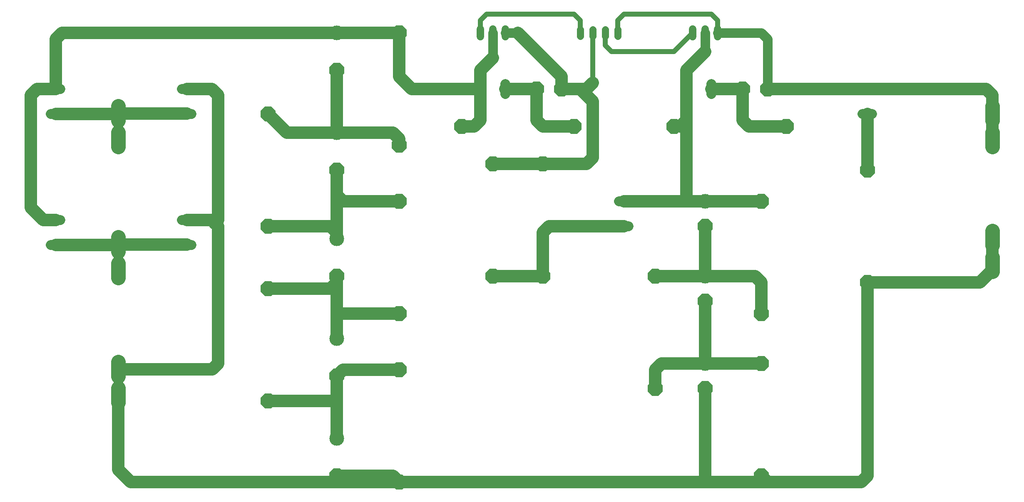
<source format=gbl>
G75*
%MOIN*%
%OFA0B0*%
%FSLAX24Y24*%
%IPPOS*%
%LPD*%
%AMOC8*
5,1,8,0,0,1.08239X$1,22.5*
%
%ADD10C,0.0787*%
%ADD11C,0.1181*%
%ADD12OC8,0.1181*%
%ADD13C,0.1181*%
%ADD14C,0.0594*%
%ADD15C,0.0560*%
%ADD16C,0.1000*%
%ADD17C,0.0760*%
%ADD18C,0.0400*%
D10*
X003286Y021716D02*
X004074Y021716D01*
X004074Y023716D02*
X003286Y023716D01*
X013786Y023716D02*
X014574Y023716D01*
X014574Y021716D02*
X013786Y021716D01*
X013786Y032216D02*
X014574Y032216D01*
X014574Y034216D02*
X013786Y034216D01*
X004074Y034216D02*
X003286Y034216D01*
X003286Y032216D02*
X004074Y032216D01*
X037680Y033822D02*
X037680Y034610D01*
X039680Y034610D02*
X039680Y033822D01*
X054180Y033822D02*
X054180Y034610D01*
X056180Y034610D02*
X056180Y033822D01*
X068286Y034216D02*
X069074Y034216D01*
X069074Y032216D02*
X068286Y032216D01*
X049574Y025216D02*
X048786Y025216D01*
X048786Y023216D02*
X049574Y023216D01*
D11*
X078680Y022850D02*
X078680Y021669D01*
X078680Y020763D02*
X078680Y019582D01*
X078680Y029582D02*
X078680Y030763D01*
X078680Y031669D02*
X078680Y032850D01*
X008680Y032850D02*
X008680Y031669D01*
X008680Y030763D02*
X008680Y029582D01*
X008680Y022350D02*
X008680Y021169D01*
X008680Y020263D02*
X008680Y019082D01*
X008680Y012350D02*
X008680Y011169D01*
X008680Y010263D02*
X008680Y009082D01*
D12*
X020680Y009216D03*
X026180Y011216D03*
X031180Y011716D03*
X031180Y016216D03*
X026180Y019216D03*
X020680Y018216D03*
X020680Y023216D03*
X026180Y027716D03*
X031180Y029716D03*
X036180Y031216D03*
X038680Y028216D03*
X042680Y028216D03*
X045180Y031216D03*
X044180Y034216D03*
X042180Y034216D03*
X031180Y038716D03*
X026180Y035716D03*
X020680Y032216D03*
X031180Y025216D03*
X038680Y019216D03*
X042680Y019216D03*
X051680Y019216D03*
X055680Y017216D03*
X060180Y016216D03*
X060180Y012216D03*
X055680Y010216D03*
X051680Y010216D03*
X060180Y003216D03*
X031180Y002716D03*
X026180Y003216D03*
X055680Y023216D03*
X060180Y025216D03*
X068680Y027716D03*
X062180Y031216D03*
X060680Y034216D03*
X058680Y034216D03*
X053180Y031216D03*
X068680Y018716D03*
D13*
X055680Y019216D03*
X055680Y025216D03*
X055680Y012216D03*
X026180Y014216D03*
X026180Y006216D03*
X026180Y022216D03*
X026180Y030716D03*
X026180Y038716D03*
D14*
X037680Y038419D02*
X037680Y039013D01*
X038680Y039013D02*
X038680Y038419D01*
X039680Y038419D02*
X039680Y039013D01*
X054680Y039013D02*
X054680Y038419D01*
X055680Y038419D02*
X055680Y039013D01*
X056680Y039013D02*
X056680Y038419D01*
D15*
X048680Y038436D02*
X048680Y038996D01*
X047680Y038996D02*
X047680Y038436D01*
X046680Y038436D02*
X046680Y038996D01*
X045680Y038996D02*
X045680Y038436D01*
D16*
X009680Y002716D02*
X008680Y003716D01*
X008680Y009673D01*
X008680Y011759D02*
X016223Y011759D01*
X016680Y012216D01*
X016680Y023216D01*
X016430Y023466D01*
X016680Y023716D01*
X016680Y033716D01*
X016180Y034216D01*
X014180Y034216D01*
X014180Y032259D02*
X008680Y032259D01*
X008680Y032216D02*
X003680Y032216D01*
X001680Y033716D02*
X002180Y034216D01*
X003680Y034216D01*
X003680Y038216D01*
X004180Y038716D01*
X026180Y038716D01*
X031180Y038716D01*
X031180Y035216D01*
X032180Y034216D01*
X037680Y034216D01*
X037680Y031716D01*
X037180Y031216D01*
X036180Y031216D01*
X031180Y030216D02*
X031180Y029716D01*
X031180Y030216D02*
X030680Y030716D01*
X026180Y030716D01*
X022180Y030716D01*
X020680Y032216D01*
X026180Y030716D02*
X026180Y035716D01*
X037680Y035716D02*
X037680Y034216D01*
X039680Y034216D02*
X042180Y034216D01*
X042180Y031716D01*
X042680Y031216D01*
X045180Y031216D01*
X046680Y033216D02*
X045680Y034216D01*
X044180Y034216D01*
X044180Y035216D01*
X043680Y035716D01*
X040680Y038716D01*
X038680Y036716D02*
X037680Y035716D01*
X045680Y034216D02*
X046180Y034216D01*
X046680Y034716D01*
X046680Y033216D02*
X046680Y028716D01*
X046180Y028216D01*
X042680Y028216D01*
X038680Y028216D01*
X031180Y025216D02*
X026680Y025216D01*
X026180Y025716D01*
X026180Y027716D01*
X026180Y022716D01*
X025680Y023216D01*
X020680Y023216D01*
X016430Y023466D02*
X016180Y023716D01*
X014180Y023716D01*
X014180Y021759D02*
X008680Y021759D01*
X008680Y021716D02*
X003680Y021716D01*
X003680Y023716D02*
X002680Y023716D01*
X001680Y024716D01*
X001680Y033716D01*
X026180Y022716D02*
X026180Y022216D01*
X026180Y019216D02*
X026180Y016216D01*
X031180Y016216D01*
X026180Y016216D02*
X026180Y014216D01*
X026680Y011716D02*
X026180Y011216D01*
X026180Y006216D01*
X026180Y009216D02*
X020680Y009216D01*
X026180Y009216D02*
X026180Y010716D01*
X026180Y011216D01*
X026680Y011716D02*
X031180Y011716D01*
X025680Y018216D02*
X020680Y018216D01*
X025680Y018216D02*
X026180Y018716D01*
X026180Y019216D01*
X038680Y019216D02*
X042680Y019216D01*
X042680Y022216D01*
X042680Y022716D01*
X043180Y023216D01*
X049180Y023216D01*
X049180Y025216D02*
X054180Y025216D01*
X054180Y032216D01*
X054180Y031716D01*
X053680Y031216D01*
X054180Y032216D02*
X054180Y034216D01*
X054180Y035716D01*
X055680Y037216D01*
X056180Y034216D02*
X058180Y034216D01*
X058680Y034216D01*
X058680Y031716D01*
X059180Y031216D01*
X062180Y031216D01*
X060680Y034216D02*
X068680Y034216D01*
X078180Y034216D01*
X078680Y033716D01*
X078680Y032259D01*
X078680Y030173D01*
X068680Y032216D02*
X068680Y027716D01*
X060180Y025216D02*
X055680Y025216D01*
X054180Y025216D01*
X055680Y025216D01*
X055680Y023216D02*
X055680Y019216D01*
X052180Y019216D01*
X051680Y019216D01*
X055680Y019216D02*
X059680Y019216D01*
X060180Y018716D01*
X060180Y016216D01*
X055680Y017216D02*
X055680Y012216D01*
X060180Y012216D01*
X055680Y012216D02*
X052180Y012216D01*
X051680Y011716D01*
X051680Y010216D01*
X055680Y010216D02*
X055680Y002716D01*
X060680Y002716D01*
X060180Y003216D01*
X060680Y002716D02*
X068180Y002716D01*
X068680Y003216D01*
X068680Y018716D01*
X077680Y018716D01*
X078180Y019216D01*
X078680Y019716D01*
X078680Y021716D01*
X078680Y022259D01*
X055680Y002716D02*
X031180Y002716D01*
X030680Y003216D01*
X026180Y003216D01*
X031180Y002716D02*
X009680Y002716D01*
D17*
X008680Y009673D02*
X008680Y011216D01*
X008680Y011759D01*
X008680Y019673D02*
X008680Y021759D01*
X008680Y021716D01*
X014180Y021759D02*
X014180Y021716D01*
X008680Y030173D02*
X008680Y031716D01*
X008680Y032259D01*
X008680Y032216D01*
X014180Y032259D02*
X014180Y032216D01*
X038680Y036716D02*
X038680Y038716D01*
X039680Y038716D02*
X040680Y038716D01*
X053180Y031216D02*
X053680Y031216D01*
X060680Y034216D02*
X060680Y038216D01*
X060180Y038716D01*
X056680Y038716D01*
X055680Y038716D02*
X055680Y037216D01*
D18*
X054680Y038716D02*
X053180Y037216D01*
X048180Y037216D01*
X047680Y037716D01*
X047680Y038716D01*
X046680Y038716D02*
X046680Y034716D01*
X045680Y038716D02*
X045680Y039716D01*
X045180Y040216D01*
X038180Y040216D01*
X037680Y039716D01*
X037680Y038716D01*
X048680Y038716D02*
X048680Y039716D01*
X049180Y040216D01*
X056180Y040216D01*
X056680Y039716D01*
X056680Y038716D01*
M02*

</source>
